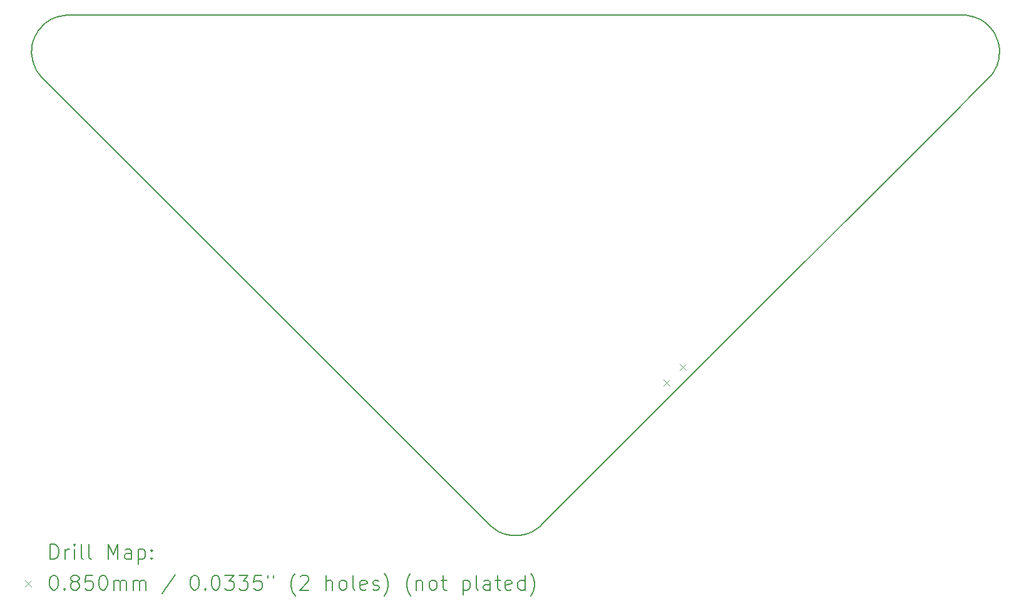
<source format=gbr>
%TF.GenerationSoftware,KiCad,Pcbnew,7.0.10-7.0.10~ubuntu22.04.1*%
%TF.CreationDate,2024-02-06T20:51:51-05:00*%
%TF.ProjectId,PCB,5043422e-6b69-4636-9164-5f7063625858,rev?*%
%TF.SameCoordinates,Original*%
%TF.FileFunction,Drillmap*%
%TF.FilePolarity,Positive*%
%FSLAX45Y45*%
G04 Gerber Fmt 4.5, Leading zero omitted, Abs format (unit mm)*
G04 Created by KiCad (PCBNEW 7.0.10-7.0.10~ubuntu22.04.1) date 2024-02-06 20:51:51*
%MOMM*%
%LPD*%
G01*
G04 APERTURE LIST*
%ADD10C,0.150000*%
%ADD11C,0.200000*%
%ADD12C,0.100000*%
G04 APERTURE END LIST*
D10*
X16040000Y-2155000D02*
X16073579Y-2159101D01*
X16108157Y-2166739D01*
X16151811Y-2178908D01*
X16194186Y-2194979D01*
X16234932Y-2214818D01*
X16273715Y-2238264D01*
X16310218Y-2265123D01*
X16344140Y-2295175D01*
X16375203Y-2328174D01*
X16403152Y-2363849D01*
X16427758Y-2401906D01*
X16448819Y-2442035D01*
X16466162Y-2483904D01*
X16479645Y-2527172D01*
X16489157Y-2571482D01*
X16494619Y-2616471D01*
X16495988Y-2661769D01*
X16493252Y-2707006D01*
X16486433Y-2751809D01*
X16475587Y-2795812D01*
X16460804Y-2838652D01*
X16442205Y-2879979D01*
X16419941Y-2919453D01*
X16394197Y-2956750D01*
X16365183Y-2991564D01*
X16349340Y-3007767D01*
X15698778Y-3658329D01*
X12580437Y-6776670D01*
X10303553Y-9053553D01*
X10287956Y-9068814D01*
X10254526Y-9096866D01*
X10218778Y-9121897D01*
X10180984Y-9143717D01*
X10141433Y-9162160D01*
X10100425Y-9177086D01*
X10058271Y-9188381D01*
X10015294Y-9195959D01*
X9971820Y-9199762D01*
X9928180Y-9199762D01*
X9884706Y-9195959D01*
X9841729Y-9188381D01*
X9799576Y-9177086D01*
X9758567Y-9162160D01*
X9719016Y-9143717D01*
X9681222Y-9121897D01*
X9645474Y-9096866D01*
X9612044Y-9068814D01*
X9596447Y-9053553D01*
X6987223Y-6444329D01*
X5375019Y-4832126D01*
X3550660Y-3007767D01*
X3534817Y-2991564D01*
X3505803Y-2956750D01*
X3480059Y-2919453D01*
X3457796Y-2879979D01*
X3439197Y-2838652D01*
X3424414Y-2795812D01*
X3413568Y-2751809D01*
X3406749Y-2707006D01*
X3404013Y-2661769D01*
X3405382Y-2616471D01*
X3410845Y-2571482D01*
X3420357Y-2527172D01*
X3433839Y-2483905D01*
X3451182Y-2442035D01*
X3472243Y-2401907D01*
X3496849Y-2363849D01*
X3524798Y-2328175D01*
X3555861Y-2295176D01*
X3589783Y-2265124D01*
X3626285Y-2238264D01*
X3665069Y-2214819D01*
X3705815Y-2194979D01*
X3748189Y-2178909D01*
X3791844Y-2166739D01*
X3836421Y-2158570D01*
X3881554Y-2154468D01*
X3904213Y-2154214D01*
X14400000Y-2150000D01*
X15275000Y-2150000D01*
X16005000Y-2150000D01*
X16040000Y-2155000D01*
D11*
D12*
X11954969Y-7092102D02*
X12039969Y-7177102D01*
X12039969Y-7092102D02*
X11954969Y-7177102D01*
X12167102Y-6879969D02*
X12252102Y-6964969D01*
X12252102Y-6879969D02*
X12167102Y-6964969D01*
D11*
X3657290Y-9518746D02*
X3657290Y-9318746D01*
X3657290Y-9318746D02*
X3704909Y-9318746D01*
X3704909Y-9318746D02*
X3733481Y-9328270D01*
X3733481Y-9328270D02*
X3752528Y-9347317D01*
X3752528Y-9347317D02*
X3762052Y-9366365D01*
X3762052Y-9366365D02*
X3771576Y-9404460D01*
X3771576Y-9404460D02*
X3771576Y-9433032D01*
X3771576Y-9433032D02*
X3762052Y-9471127D01*
X3762052Y-9471127D02*
X3752528Y-9490174D01*
X3752528Y-9490174D02*
X3733481Y-9509222D01*
X3733481Y-9509222D02*
X3704909Y-9518746D01*
X3704909Y-9518746D02*
X3657290Y-9518746D01*
X3857290Y-9518746D02*
X3857290Y-9385412D01*
X3857290Y-9423508D02*
X3866814Y-9404460D01*
X3866814Y-9404460D02*
X3876338Y-9394936D01*
X3876338Y-9394936D02*
X3895385Y-9385412D01*
X3895385Y-9385412D02*
X3914433Y-9385412D01*
X3981100Y-9518746D02*
X3981100Y-9385412D01*
X3981100Y-9318746D02*
X3971576Y-9328270D01*
X3971576Y-9328270D02*
X3981100Y-9337793D01*
X3981100Y-9337793D02*
X3990623Y-9328270D01*
X3990623Y-9328270D02*
X3981100Y-9318746D01*
X3981100Y-9318746D02*
X3981100Y-9337793D01*
X4104909Y-9518746D02*
X4085861Y-9509222D01*
X4085861Y-9509222D02*
X4076338Y-9490174D01*
X4076338Y-9490174D02*
X4076338Y-9318746D01*
X4209671Y-9518746D02*
X4190623Y-9509222D01*
X4190623Y-9509222D02*
X4181100Y-9490174D01*
X4181100Y-9490174D02*
X4181100Y-9318746D01*
X4438243Y-9518746D02*
X4438243Y-9318746D01*
X4438243Y-9318746D02*
X4504909Y-9461603D01*
X4504909Y-9461603D02*
X4571576Y-9318746D01*
X4571576Y-9318746D02*
X4571576Y-9518746D01*
X4752528Y-9518746D02*
X4752528Y-9413984D01*
X4752528Y-9413984D02*
X4743004Y-9394936D01*
X4743004Y-9394936D02*
X4723957Y-9385412D01*
X4723957Y-9385412D02*
X4685862Y-9385412D01*
X4685862Y-9385412D02*
X4666814Y-9394936D01*
X4752528Y-9509222D02*
X4733481Y-9518746D01*
X4733481Y-9518746D02*
X4685862Y-9518746D01*
X4685862Y-9518746D02*
X4666814Y-9509222D01*
X4666814Y-9509222D02*
X4657290Y-9490174D01*
X4657290Y-9490174D02*
X4657290Y-9471127D01*
X4657290Y-9471127D02*
X4666814Y-9452079D01*
X4666814Y-9452079D02*
X4685862Y-9442555D01*
X4685862Y-9442555D02*
X4733481Y-9442555D01*
X4733481Y-9442555D02*
X4752528Y-9433032D01*
X4847766Y-9385412D02*
X4847766Y-9585412D01*
X4847766Y-9394936D02*
X4866814Y-9385412D01*
X4866814Y-9385412D02*
X4904909Y-9385412D01*
X4904909Y-9385412D02*
X4923957Y-9394936D01*
X4923957Y-9394936D02*
X4933481Y-9404460D01*
X4933481Y-9404460D02*
X4943004Y-9423508D01*
X4943004Y-9423508D02*
X4943004Y-9480651D01*
X4943004Y-9480651D02*
X4933481Y-9499698D01*
X4933481Y-9499698D02*
X4923957Y-9509222D01*
X4923957Y-9509222D02*
X4904909Y-9518746D01*
X4904909Y-9518746D02*
X4866814Y-9518746D01*
X4866814Y-9518746D02*
X4847766Y-9509222D01*
X5028719Y-9499698D02*
X5038243Y-9509222D01*
X5038243Y-9509222D02*
X5028719Y-9518746D01*
X5028719Y-9518746D02*
X5019195Y-9509222D01*
X5019195Y-9509222D02*
X5028719Y-9499698D01*
X5028719Y-9499698D02*
X5028719Y-9518746D01*
X5028719Y-9394936D02*
X5038243Y-9404460D01*
X5038243Y-9404460D02*
X5028719Y-9413984D01*
X5028719Y-9413984D02*
X5019195Y-9404460D01*
X5019195Y-9404460D02*
X5028719Y-9394936D01*
X5028719Y-9394936D02*
X5028719Y-9413984D01*
D12*
X3311513Y-9804762D02*
X3396513Y-9889762D01*
X3396513Y-9804762D02*
X3311513Y-9889762D01*
D11*
X3695385Y-9738746D02*
X3714433Y-9738746D01*
X3714433Y-9738746D02*
X3733481Y-9748270D01*
X3733481Y-9748270D02*
X3743004Y-9757793D01*
X3743004Y-9757793D02*
X3752528Y-9776841D01*
X3752528Y-9776841D02*
X3762052Y-9814936D01*
X3762052Y-9814936D02*
X3762052Y-9862555D01*
X3762052Y-9862555D02*
X3752528Y-9900651D01*
X3752528Y-9900651D02*
X3743004Y-9919698D01*
X3743004Y-9919698D02*
X3733481Y-9929222D01*
X3733481Y-9929222D02*
X3714433Y-9938746D01*
X3714433Y-9938746D02*
X3695385Y-9938746D01*
X3695385Y-9938746D02*
X3676338Y-9929222D01*
X3676338Y-9929222D02*
X3666814Y-9919698D01*
X3666814Y-9919698D02*
X3657290Y-9900651D01*
X3657290Y-9900651D02*
X3647766Y-9862555D01*
X3647766Y-9862555D02*
X3647766Y-9814936D01*
X3647766Y-9814936D02*
X3657290Y-9776841D01*
X3657290Y-9776841D02*
X3666814Y-9757793D01*
X3666814Y-9757793D02*
X3676338Y-9748270D01*
X3676338Y-9748270D02*
X3695385Y-9738746D01*
X3847766Y-9919698D02*
X3857290Y-9929222D01*
X3857290Y-9929222D02*
X3847766Y-9938746D01*
X3847766Y-9938746D02*
X3838242Y-9929222D01*
X3838242Y-9929222D02*
X3847766Y-9919698D01*
X3847766Y-9919698D02*
X3847766Y-9938746D01*
X3971576Y-9824460D02*
X3952528Y-9814936D01*
X3952528Y-9814936D02*
X3943004Y-9805412D01*
X3943004Y-9805412D02*
X3933481Y-9786365D01*
X3933481Y-9786365D02*
X3933481Y-9776841D01*
X3933481Y-9776841D02*
X3943004Y-9757793D01*
X3943004Y-9757793D02*
X3952528Y-9748270D01*
X3952528Y-9748270D02*
X3971576Y-9738746D01*
X3971576Y-9738746D02*
X4009671Y-9738746D01*
X4009671Y-9738746D02*
X4028719Y-9748270D01*
X4028719Y-9748270D02*
X4038242Y-9757793D01*
X4038242Y-9757793D02*
X4047766Y-9776841D01*
X4047766Y-9776841D02*
X4047766Y-9786365D01*
X4047766Y-9786365D02*
X4038242Y-9805412D01*
X4038242Y-9805412D02*
X4028719Y-9814936D01*
X4028719Y-9814936D02*
X4009671Y-9824460D01*
X4009671Y-9824460D02*
X3971576Y-9824460D01*
X3971576Y-9824460D02*
X3952528Y-9833984D01*
X3952528Y-9833984D02*
X3943004Y-9843508D01*
X3943004Y-9843508D02*
X3933481Y-9862555D01*
X3933481Y-9862555D02*
X3933481Y-9900651D01*
X3933481Y-9900651D02*
X3943004Y-9919698D01*
X3943004Y-9919698D02*
X3952528Y-9929222D01*
X3952528Y-9929222D02*
X3971576Y-9938746D01*
X3971576Y-9938746D02*
X4009671Y-9938746D01*
X4009671Y-9938746D02*
X4028719Y-9929222D01*
X4028719Y-9929222D02*
X4038242Y-9919698D01*
X4038242Y-9919698D02*
X4047766Y-9900651D01*
X4047766Y-9900651D02*
X4047766Y-9862555D01*
X4047766Y-9862555D02*
X4038242Y-9843508D01*
X4038242Y-9843508D02*
X4028719Y-9833984D01*
X4028719Y-9833984D02*
X4009671Y-9824460D01*
X4228719Y-9738746D02*
X4133481Y-9738746D01*
X4133481Y-9738746D02*
X4123957Y-9833984D01*
X4123957Y-9833984D02*
X4133481Y-9824460D01*
X4133481Y-9824460D02*
X4152528Y-9814936D01*
X4152528Y-9814936D02*
X4200147Y-9814936D01*
X4200147Y-9814936D02*
X4219195Y-9824460D01*
X4219195Y-9824460D02*
X4228719Y-9833984D01*
X4228719Y-9833984D02*
X4238243Y-9853032D01*
X4238243Y-9853032D02*
X4238243Y-9900651D01*
X4238243Y-9900651D02*
X4228719Y-9919698D01*
X4228719Y-9919698D02*
X4219195Y-9929222D01*
X4219195Y-9929222D02*
X4200147Y-9938746D01*
X4200147Y-9938746D02*
X4152528Y-9938746D01*
X4152528Y-9938746D02*
X4133481Y-9929222D01*
X4133481Y-9929222D02*
X4123957Y-9919698D01*
X4362052Y-9738746D02*
X4381100Y-9738746D01*
X4381100Y-9738746D02*
X4400147Y-9748270D01*
X4400147Y-9748270D02*
X4409671Y-9757793D01*
X4409671Y-9757793D02*
X4419195Y-9776841D01*
X4419195Y-9776841D02*
X4428719Y-9814936D01*
X4428719Y-9814936D02*
X4428719Y-9862555D01*
X4428719Y-9862555D02*
X4419195Y-9900651D01*
X4419195Y-9900651D02*
X4409671Y-9919698D01*
X4409671Y-9919698D02*
X4400147Y-9929222D01*
X4400147Y-9929222D02*
X4381100Y-9938746D01*
X4381100Y-9938746D02*
X4362052Y-9938746D01*
X4362052Y-9938746D02*
X4343004Y-9929222D01*
X4343004Y-9929222D02*
X4333481Y-9919698D01*
X4333481Y-9919698D02*
X4323957Y-9900651D01*
X4323957Y-9900651D02*
X4314433Y-9862555D01*
X4314433Y-9862555D02*
X4314433Y-9814936D01*
X4314433Y-9814936D02*
X4323957Y-9776841D01*
X4323957Y-9776841D02*
X4333481Y-9757793D01*
X4333481Y-9757793D02*
X4343004Y-9748270D01*
X4343004Y-9748270D02*
X4362052Y-9738746D01*
X4514433Y-9938746D02*
X4514433Y-9805412D01*
X4514433Y-9824460D02*
X4523957Y-9814936D01*
X4523957Y-9814936D02*
X4543004Y-9805412D01*
X4543004Y-9805412D02*
X4571576Y-9805412D01*
X4571576Y-9805412D02*
X4590624Y-9814936D01*
X4590624Y-9814936D02*
X4600147Y-9833984D01*
X4600147Y-9833984D02*
X4600147Y-9938746D01*
X4600147Y-9833984D02*
X4609671Y-9814936D01*
X4609671Y-9814936D02*
X4628719Y-9805412D01*
X4628719Y-9805412D02*
X4657290Y-9805412D01*
X4657290Y-9805412D02*
X4676338Y-9814936D01*
X4676338Y-9814936D02*
X4685862Y-9833984D01*
X4685862Y-9833984D02*
X4685862Y-9938746D01*
X4781100Y-9938746D02*
X4781100Y-9805412D01*
X4781100Y-9824460D02*
X4790624Y-9814936D01*
X4790624Y-9814936D02*
X4809671Y-9805412D01*
X4809671Y-9805412D02*
X4838243Y-9805412D01*
X4838243Y-9805412D02*
X4857290Y-9814936D01*
X4857290Y-9814936D02*
X4866814Y-9833984D01*
X4866814Y-9833984D02*
X4866814Y-9938746D01*
X4866814Y-9833984D02*
X4876338Y-9814936D01*
X4876338Y-9814936D02*
X4895385Y-9805412D01*
X4895385Y-9805412D02*
X4923957Y-9805412D01*
X4923957Y-9805412D02*
X4943005Y-9814936D01*
X4943005Y-9814936D02*
X4952528Y-9833984D01*
X4952528Y-9833984D02*
X4952528Y-9938746D01*
X5343005Y-9729222D02*
X5171576Y-9986365D01*
X5600147Y-9738746D02*
X5619195Y-9738746D01*
X5619195Y-9738746D02*
X5638243Y-9748270D01*
X5638243Y-9748270D02*
X5647766Y-9757793D01*
X5647766Y-9757793D02*
X5657290Y-9776841D01*
X5657290Y-9776841D02*
X5666814Y-9814936D01*
X5666814Y-9814936D02*
X5666814Y-9862555D01*
X5666814Y-9862555D02*
X5657290Y-9900651D01*
X5657290Y-9900651D02*
X5647766Y-9919698D01*
X5647766Y-9919698D02*
X5638243Y-9929222D01*
X5638243Y-9929222D02*
X5619195Y-9938746D01*
X5619195Y-9938746D02*
X5600147Y-9938746D01*
X5600147Y-9938746D02*
X5581100Y-9929222D01*
X5581100Y-9929222D02*
X5571576Y-9919698D01*
X5571576Y-9919698D02*
X5562052Y-9900651D01*
X5562052Y-9900651D02*
X5552528Y-9862555D01*
X5552528Y-9862555D02*
X5552528Y-9814936D01*
X5552528Y-9814936D02*
X5562052Y-9776841D01*
X5562052Y-9776841D02*
X5571576Y-9757793D01*
X5571576Y-9757793D02*
X5581100Y-9748270D01*
X5581100Y-9748270D02*
X5600147Y-9738746D01*
X5752528Y-9919698D02*
X5762052Y-9929222D01*
X5762052Y-9929222D02*
X5752528Y-9938746D01*
X5752528Y-9938746D02*
X5743005Y-9929222D01*
X5743005Y-9929222D02*
X5752528Y-9919698D01*
X5752528Y-9919698D02*
X5752528Y-9938746D01*
X5885862Y-9738746D02*
X5904909Y-9738746D01*
X5904909Y-9738746D02*
X5923957Y-9748270D01*
X5923957Y-9748270D02*
X5933481Y-9757793D01*
X5933481Y-9757793D02*
X5943005Y-9776841D01*
X5943005Y-9776841D02*
X5952528Y-9814936D01*
X5952528Y-9814936D02*
X5952528Y-9862555D01*
X5952528Y-9862555D02*
X5943005Y-9900651D01*
X5943005Y-9900651D02*
X5933481Y-9919698D01*
X5933481Y-9919698D02*
X5923957Y-9929222D01*
X5923957Y-9929222D02*
X5904909Y-9938746D01*
X5904909Y-9938746D02*
X5885862Y-9938746D01*
X5885862Y-9938746D02*
X5866814Y-9929222D01*
X5866814Y-9929222D02*
X5857290Y-9919698D01*
X5857290Y-9919698D02*
X5847766Y-9900651D01*
X5847766Y-9900651D02*
X5838243Y-9862555D01*
X5838243Y-9862555D02*
X5838243Y-9814936D01*
X5838243Y-9814936D02*
X5847766Y-9776841D01*
X5847766Y-9776841D02*
X5857290Y-9757793D01*
X5857290Y-9757793D02*
X5866814Y-9748270D01*
X5866814Y-9748270D02*
X5885862Y-9738746D01*
X6019195Y-9738746D02*
X6143005Y-9738746D01*
X6143005Y-9738746D02*
X6076338Y-9814936D01*
X6076338Y-9814936D02*
X6104909Y-9814936D01*
X6104909Y-9814936D02*
X6123957Y-9824460D01*
X6123957Y-9824460D02*
X6133481Y-9833984D01*
X6133481Y-9833984D02*
X6143005Y-9853032D01*
X6143005Y-9853032D02*
X6143005Y-9900651D01*
X6143005Y-9900651D02*
X6133481Y-9919698D01*
X6133481Y-9919698D02*
X6123957Y-9929222D01*
X6123957Y-9929222D02*
X6104909Y-9938746D01*
X6104909Y-9938746D02*
X6047766Y-9938746D01*
X6047766Y-9938746D02*
X6028719Y-9929222D01*
X6028719Y-9929222D02*
X6019195Y-9919698D01*
X6209671Y-9738746D02*
X6333481Y-9738746D01*
X6333481Y-9738746D02*
X6266814Y-9814936D01*
X6266814Y-9814936D02*
X6295386Y-9814936D01*
X6295386Y-9814936D02*
X6314433Y-9824460D01*
X6314433Y-9824460D02*
X6323957Y-9833984D01*
X6323957Y-9833984D02*
X6333481Y-9853032D01*
X6333481Y-9853032D02*
X6333481Y-9900651D01*
X6333481Y-9900651D02*
X6323957Y-9919698D01*
X6323957Y-9919698D02*
X6314433Y-9929222D01*
X6314433Y-9929222D02*
X6295386Y-9938746D01*
X6295386Y-9938746D02*
X6238243Y-9938746D01*
X6238243Y-9938746D02*
X6219195Y-9929222D01*
X6219195Y-9929222D02*
X6209671Y-9919698D01*
X6514433Y-9738746D02*
X6419195Y-9738746D01*
X6419195Y-9738746D02*
X6409671Y-9833984D01*
X6409671Y-9833984D02*
X6419195Y-9824460D01*
X6419195Y-9824460D02*
X6438243Y-9814936D01*
X6438243Y-9814936D02*
X6485862Y-9814936D01*
X6485862Y-9814936D02*
X6504909Y-9824460D01*
X6504909Y-9824460D02*
X6514433Y-9833984D01*
X6514433Y-9833984D02*
X6523957Y-9853032D01*
X6523957Y-9853032D02*
X6523957Y-9900651D01*
X6523957Y-9900651D02*
X6514433Y-9919698D01*
X6514433Y-9919698D02*
X6504909Y-9929222D01*
X6504909Y-9929222D02*
X6485862Y-9938746D01*
X6485862Y-9938746D02*
X6438243Y-9938746D01*
X6438243Y-9938746D02*
X6419195Y-9929222D01*
X6419195Y-9929222D02*
X6409671Y-9919698D01*
X6600147Y-9738746D02*
X6600147Y-9776841D01*
X6676338Y-9738746D02*
X6676338Y-9776841D01*
X6971576Y-10014936D02*
X6962052Y-10005412D01*
X6962052Y-10005412D02*
X6943005Y-9976841D01*
X6943005Y-9976841D02*
X6933481Y-9957793D01*
X6933481Y-9957793D02*
X6923957Y-9929222D01*
X6923957Y-9929222D02*
X6914433Y-9881603D01*
X6914433Y-9881603D02*
X6914433Y-9843508D01*
X6914433Y-9843508D02*
X6923957Y-9795889D01*
X6923957Y-9795889D02*
X6933481Y-9767317D01*
X6933481Y-9767317D02*
X6943005Y-9748270D01*
X6943005Y-9748270D02*
X6962052Y-9719698D01*
X6962052Y-9719698D02*
X6971576Y-9710174D01*
X7038243Y-9757793D02*
X7047767Y-9748270D01*
X7047767Y-9748270D02*
X7066814Y-9738746D01*
X7066814Y-9738746D02*
X7114433Y-9738746D01*
X7114433Y-9738746D02*
X7133481Y-9748270D01*
X7133481Y-9748270D02*
X7143005Y-9757793D01*
X7143005Y-9757793D02*
X7152528Y-9776841D01*
X7152528Y-9776841D02*
X7152528Y-9795889D01*
X7152528Y-9795889D02*
X7143005Y-9824460D01*
X7143005Y-9824460D02*
X7028719Y-9938746D01*
X7028719Y-9938746D02*
X7152528Y-9938746D01*
X7390624Y-9938746D02*
X7390624Y-9738746D01*
X7476338Y-9938746D02*
X7476338Y-9833984D01*
X7476338Y-9833984D02*
X7466814Y-9814936D01*
X7466814Y-9814936D02*
X7447767Y-9805412D01*
X7447767Y-9805412D02*
X7419195Y-9805412D01*
X7419195Y-9805412D02*
X7400148Y-9814936D01*
X7400148Y-9814936D02*
X7390624Y-9824460D01*
X7600148Y-9938746D02*
X7581100Y-9929222D01*
X7581100Y-9929222D02*
X7571576Y-9919698D01*
X7571576Y-9919698D02*
X7562052Y-9900651D01*
X7562052Y-9900651D02*
X7562052Y-9843508D01*
X7562052Y-9843508D02*
X7571576Y-9824460D01*
X7571576Y-9824460D02*
X7581100Y-9814936D01*
X7581100Y-9814936D02*
X7600148Y-9805412D01*
X7600148Y-9805412D02*
X7628719Y-9805412D01*
X7628719Y-9805412D02*
X7647767Y-9814936D01*
X7647767Y-9814936D02*
X7657290Y-9824460D01*
X7657290Y-9824460D02*
X7666814Y-9843508D01*
X7666814Y-9843508D02*
X7666814Y-9900651D01*
X7666814Y-9900651D02*
X7657290Y-9919698D01*
X7657290Y-9919698D02*
X7647767Y-9929222D01*
X7647767Y-9929222D02*
X7628719Y-9938746D01*
X7628719Y-9938746D02*
X7600148Y-9938746D01*
X7781100Y-9938746D02*
X7762052Y-9929222D01*
X7762052Y-9929222D02*
X7752529Y-9910174D01*
X7752529Y-9910174D02*
X7752529Y-9738746D01*
X7933481Y-9929222D02*
X7914433Y-9938746D01*
X7914433Y-9938746D02*
X7876338Y-9938746D01*
X7876338Y-9938746D02*
X7857290Y-9929222D01*
X7857290Y-9929222D02*
X7847767Y-9910174D01*
X7847767Y-9910174D02*
X7847767Y-9833984D01*
X7847767Y-9833984D02*
X7857290Y-9814936D01*
X7857290Y-9814936D02*
X7876338Y-9805412D01*
X7876338Y-9805412D02*
X7914433Y-9805412D01*
X7914433Y-9805412D02*
X7933481Y-9814936D01*
X7933481Y-9814936D02*
X7943005Y-9833984D01*
X7943005Y-9833984D02*
X7943005Y-9853032D01*
X7943005Y-9853032D02*
X7847767Y-9872079D01*
X8019195Y-9929222D02*
X8038243Y-9938746D01*
X8038243Y-9938746D02*
X8076338Y-9938746D01*
X8076338Y-9938746D02*
X8095386Y-9929222D01*
X8095386Y-9929222D02*
X8104910Y-9910174D01*
X8104910Y-9910174D02*
X8104910Y-9900651D01*
X8104910Y-9900651D02*
X8095386Y-9881603D01*
X8095386Y-9881603D02*
X8076338Y-9872079D01*
X8076338Y-9872079D02*
X8047767Y-9872079D01*
X8047767Y-9872079D02*
X8028719Y-9862555D01*
X8028719Y-9862555D02*
X8019195Y-9843508D01*
X8019195Y-9843508D02*
X8019195Y-9833984D01*
X8019195Y-9833984D02*
X8028719Y-9814936D01*
X8028719Y-9814936D02*
X8047767Y-9805412D01*
X8047767Y-9805412D02*
X8076338Y-9805412D01*
X8076338Y-9805412D02*
X8095386Y-9814936D01*
X8171576Y-10014936D02*
X8181100Y-10005412D01*
X8181100Y-10005412D02*
X8200148Y-9976841D01*
X8200148Y-9976841D02*
X8209671Y-9957793D01*
X8209671Y-9957793D02*
X8219195Y-9929222D01*
X8219195Y-9929222D02*
X8228719Y-9881603D01*
X8228719Y-9881603D02*
X8228719Y-9843508D01*
X8228719Y-9843508D02*
X8219195Y-9795889D01*
X8219195Y-9795889D02*
X8209671Y-9767317D01*
X8209671Y-9767317D02*
X8200148Y-9748270D01*
X8200148Y-9748270D02*
X8181100Y-9719698D01*
X8181100Y-9719698D02*
X8171576Y-9710174D01*
X8533481Y-10014936D02*
X8523957Y-10005412D01*
X8523957Y-10005412D02*
X8504910Y-9976841D01*
X8504910Y-9976841D02*
X8495386Y-9957793D01*
X8495386Y-9957793D02*
X8485862Y-9929222D01*
X8485862Y-9929222D02*
X8476338Y-9881603D01*
X8476338Y-9881603D02*
X8476338Y-9843508D01*
X8476338Y-9843508D02*
X8485862Y-9795889D01*
X8485862Y-9795889D02*
X8495386Y-9767317D01*
X8495386Y-9767317D02*
X8504910Y-9748270D01*
X8504910Y-9748270D02*
X8523957Y-9719698D01*
X8523957Y-9719698D02*
X8533481Y-9710174D01*
X8609672Y-9805412D02*
X8609672Y-9938746D01*
X8609672Y-9824460D02*
X8619195Y-9814936D01*
X8619195Y-9814936D02*
X8638243Y-9805412D01*
X8638243Y-9805412D02*
X8666814Y-9805412D01*
X8666814Y-9805412D02*
X8685862Y-9814936D01*
X8685862Y-9814936D02*
X8695386Y-9833984D01*
X8695386Y-9833984D02*
X8695386Y-9938746D01*
X8819195Y-9938746D02*
X8800148Y-9929222D01*
X8800148Y-9929222D02*
X8790624Y-9919698D01*
X8790624Y-9919698D02*
X8781100Y-9900651D01*
X8781100Y-9900651D02*
X8781100Y-9843508D01*
X8781100Y-9843508D02*
X8790624Y-9824460D01*
X8790624Y-9824460D02*
X8800148Y-9814936D01*
X8800148Y-9814936D02*
X8819195Y-9805412D01*
X8819195Y-9805412D02*
X8847767Y-9805412D01*
X8847767Y-9805412D02*
X8866814Y-9814936D01*
X8866814Y-9814936D02*
X8876338Y-9824460D01*
X8876338Y-9824460D02*
X8885862Y-9843508D01*
X8885862Y-9843508D02*
X8885862Y-9900651D01*
X8885862Y-9900651D02*
X8876338Y-9919698D01*
X8876338Y-9919698D02*
X8866814Y-9929222D01*
X8866814Y-9929222D02*
X8847767Y-9938746D01*
X8847767Y-9938746D02*
X8819195Y-9938746D01*
X8943005Y-9805412D02*
X9019195Y-9805412D01*
X8971576Y-9738746D02*
X8971576Y-9910174D01*
X8971576Y-9910174D02*
X8981100Y-9929222D01*
X8981100Y-9929222D02*
X9000148Y-9938746D01*
X9000148Y-9938746D02*
X9019195Y-9938746D01*
X9238243Y-9805412D02*
X9238243Y-10005412D01*
X9238243Y-9814936D02*
X9257291Y-9805412D01*
X9257291Y-9805412D02*
X9295386Y-9805412D01*
X9295386Y-9805412D02*
X9314434Y-9814936D01*
X9314434Y-9814936D02*
X9323957Y-9824460D01*
X9323957Y-9824460D02*
X9333481Y-9843508D01*
X9333481Y-9843508D02*
X9333481Y-9900651D01*
X9333481Y-9900651D02*
X9323957Y-9919698D01*
X9323957Y-9919698D02*
X9314434Y-9929222D01*
X9314434Y-9929222D02*
X9295386Y-9938746D01*
X9295386Y-9938746D02*
X9257291Y-9938746D01*
X9257291Y-9938746D02*
X9238243Y-9929222D01*
X9447767Y-9938746D02*
X9428719Y-9929222D01*
X9428719Y-9929222D02*
X9419195Y-9910174D01*
X9419195Y-9910174D02*
X9419195Y-9738746D01*
X9609672Y-9938746D02*
X9609672Y-9833984D01*
X9609672Y-9833984D02*
X9600148Y-9814936D01*
X9600148Y-9814936D02*
X9581100Y-9805412D01*
X9581100Y-9805412D02*
X9543005Y-9805412D01*
X9543005Y-9805412D02*
X9523957Y-9814936D01*
X9609672Y-9929222D02*
X9590624Y-9938746D01*
X9590624Y-9938746D02*
X9543005Y-9938746D01*
X9543005Y-9938746D02*
X9523957Y-9929222D01*
X9523957Y-9929222D02*
X9514434Y-9910174D01*
X9514434Y-9910174D02*
X9514434Y-9891127D01*
X9514434Y-9891127D02*
X9523957Y-9872079D01*
X9523957Y-9872079D02*
X9543005Y-9862555D01*
X9543005Y-9862555D02*
X9590624Y-9862555D01*
X9590624Y-9862555D02*
X9609672Y-9853032D01*
X9676338Y-9805412D02*
X9752529Y-9805412D01*
X9704910Y-9738746D02*
X9704910Y-9910174D01*
X9704910Y-9910174D02*
X9714434Y-9929222D01*
X9714434Y-9929222D02*
X9733481Y-9938746D01*
X9733481Y-9938746D02*
X9752529Y-9938746D01*
X9895386Y-9929222D02*
X9876338Y-9938746D01*
X9876338Y-9938746D02*
X9838243Y-9938746D01*
X9838243Y-9938746D02*
X9819195Y-9929222D01*
X9819195Y-9929222D02*
X9809672Y-9910174D01*
X9809672Y-9910174D02*
X9809672Y-9833984D01*
X9809672Y-9833984D02*
X9819195Y-9814936D01*
X9819195Y-9814936D02*
X9838243Y-9805412D01*
X9838243Y-9805412D02*
X9876338Y-9805412D01*
X9876338Y-9805412D02*
X9895386Y-9814936D01*
X9895386Y-9814936D02*
X9904910Y-9833984D01*
X9904910Y-9833984D02*
X9904910Y-9853032D01*
X9904910Y-9853032D02*
X9809672Y-9872079D01*
X10076338Y-9938746D02*
X10076338Y-9738746D01*
X10076338Y-9929222D02*
X10057291Y-9938746D01*
X10057291Y-9938746D02*
X10019195Y-9938746D01*
X10019195Y-9938746D02*
X10000148Y-9929222D01*
X10000148Y-9929222D02*
X9990624Y-9919698D01*
X9990624Y-9919698D02*
X9981100Y-9900651D01*
X9981100Y-9900651D02*
X9981100Y-9843508D01*
X9981100Y-9843508D02*
X9990624Y-9824460D01*
X9990624Y-9824460D02*
X10000148Y-9814936D01*
X10000148Y-9814936D02*
X10019195Y-9805412D01*
X10019195Y-9805412D02*
X10057291Y-9805412D01*
X10057291Y-9805412D02*
X10076338Y-9814936D01*
X10152529Y-10014936D02*
X10162053Y-10005412D01*
X10162053Y-10005412D02*
X10181100Y-9976841D01*
X10181100Y-9976841D02*
X10190624Y-9957793D01*
X10190624Y-9957793D02*
X10200148Y-9929222D01*
X10200148Y-9929222D02*
X10209672Y-9881603D01*
X10209672Y-9881603D02*
X10209672Y-9843508D01*
X10209672Y-9843508D02*
X10200148Y-9795889D01*
X10200148Y-9795889D02*
X10190624Y-9767317D01*
X10190624Y-9767317D02*
X10181100Y-9748270D01*
X10181100Y-9748270D02*
X10162053Y-9719698D01*
X10162053Y-9719698D02*
X10152529Y-9710174D01*
M02*

</source>
